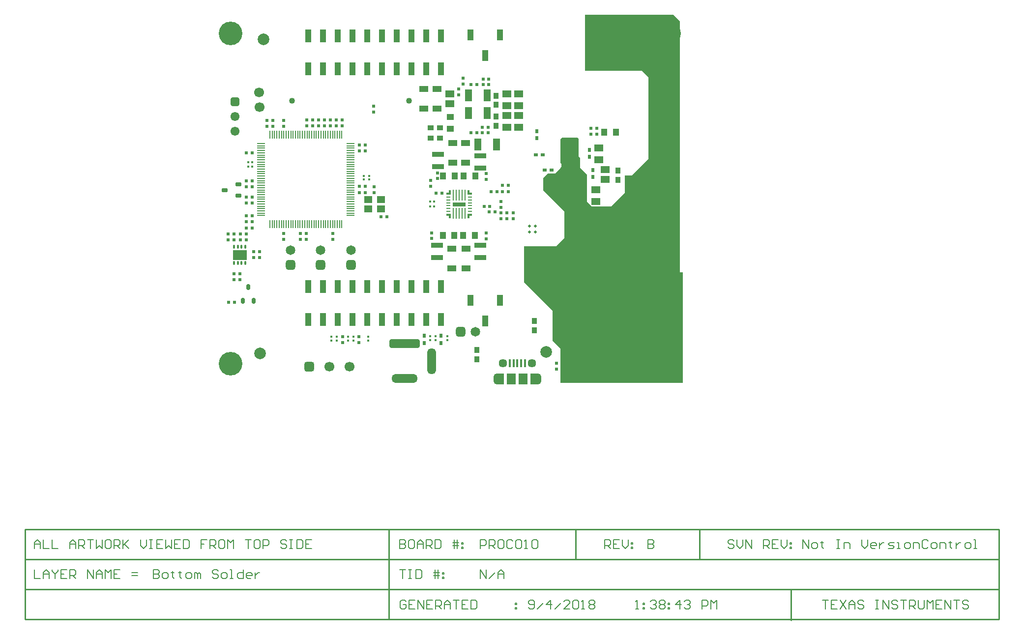
<source format=gbs>
G04 Layer_Color=16711935*
%FSLAX25Y25*%
%MOIN*%
G70*
G01*
G75*
G04:AMPARAMS|DCode=17|XSize=23.62mil|YSize=39.37mil|CornerRadius=5.91mil|HoleSize=0mil|Usage=FLASHONLY|Rotation=180.000|XOffset=0mil|YOffset=0mil|HoleType=Round|Shape=RoundedRectangle|*
%AMROUNDEDRECTD17*
21,1,0.02362,0.02756,0,0,180.0*
21,1,0.01181,0.03937,0,0,180.0*
1,1,0.01181,-0.00591,0.01378*
1,1,0.01181,0.00591,0.01378*
1,1,0.01181,0.00591,-0.01378*
1,1,0.01181,-0.00591,-0.01378*
%
%ADD17ROUNDEDRECTD17*%
G04:AMPARAMS|DCode=37|XSize=11.81mil|YSize=23.62mil|CornerRadius=1.95mil|HoleSize=0mil|Usage=FLASHONLY|Rotation=0.000|XOffset=0mil|YOffset=0mil|HoleType=Round|Shape=RoundedRectangle|*
%AMROUNDEDRECTD37*
21,1,0.01181,0.01972,0,0,0.0*
21,1,0.00791,0.02362,0,0,0.0*
1,1,0.00390,0.00396,-0.00986*
1,1,0.00390,-0.00396,-0.00986*
1,1,0.00390,-0.00396,0.00986*
1,1,0.00390,0.00396,0.00986*
%
%ADD37ROUNDEDRECTD37*%
%ADD44R,0.03740X0.03937*%
%ADD45R,0.01968X0.02362*%
%ADD46R,0.01654X0.01811*%
%ADD47R,0.01811X0.01654*%
%ADD48R,0.02362X0.01968*%
%ADD50R,0.03937X0.03740*%
%ADD55R,0.03150X0.02362*%
%ADD56R,0.06300X0.05000*%
%ADD57R,0.02362X0.03150*%
%ADD65C,0.01000*%
%ADD80C,0.00800*%
G04:AMPARAMS|DCode=81|XSize=64.96mil|YSize=64.96mil|CornerRadius=16.24mil|HoleSize=0mil|Usage=FLASHONLY|Rotation=90.000|XOffset=0mil|YOffset=0mil|HoleType=Round|Shape=RoundedRectangle|*
%AMROUNDEDRECTD81*
21,1,0.06496,0.03248,0,0,90.0*
21,1,0.03248,0.06496,0,0,90.0*
1,1,0.03248,0.01624,0.01624*
1,1,0.03248,0.01624,-0.01624*
1,1,0.03248,-0.01624,-0.01624*
1,1,0.03248,-0.01624,0.01624*
%
%ADD81ROUNDEDRECTD81*%
%ADD82C,0.06496*%
G04:AMPARAMS|DCode=83|XSize=61.02mil|YSize=61.02mil|CornerRadius=15.26mil|HoleSize=0mil|Usage=FLASHONLY|Rotation=270.000|XOffset=0mil|YOffset=0mil|HoleType=Round|Shape=RoundedRectangle|*
%AMROUNDEDRECTD83*
21,1,0.06102,0.03051,0,0,270.0*
21,1,0.03051,0.06102,0,0,270.0*
1,1,0.03051,-0.01526,-0.01526*
1,1,0.03051,-0.01526,0.01526*
1,1,0.03051,0.01526,0.01526*
1,1,0.03051,0.01526,-0.01526*
%
%ADD83ROUNDEDRECTD83*%
%ADD84C,0.06102*%
%ADD85C,0.06693*%
G04:AMPARAMS|DCode=86|XSize=66.93mil|YSize=66.93mil|CornerRadius=16.73mil|HoleSize=0mil|Usage=FLASHONLY|Rotation=0.000|XOffset=0mil|YOffset=0mil|HoleType=Round|Shape=RoundedRectangle|*
%AMROUNDEDRECTD86*
21,1,0.06693,0.03347,0,0,0.0*
21,1,0.03347,0.06693,0,0,0.0*
1,1,0.03346,0.01673,-0.01673*
1,1,0.03346,-0.01673,-0.01673*
1,1,0.03346,-0.01673,0.01673*
1,1,0.03346,0.01673,0.01673*
%
%ADD86ROUNDEDRECTD86*%
%ADD87O,0.05905X0.17716*%
%ADD88O,0.17716X0.05905*%
G04:AMPARAMS|DCode=89|XSize=59.05mil|YSize=206.69mil|CornerRadius=14.76mil|HoleSize=0mil|Usage=FLASHONLY|Rotation=270.000|XOffset=0mil|YOffset=0mil|HoleType=Round|Shape=RoundedRectangle|*
%AMROUNDEDRECTD89*
21,1,0.05905,0.17716,0,0,270.0*
21,1,0.02953,0.20669,0,0,270.0*
1,1,0.02953,-0.08858,-0.01476*
1,1,0.02953,-0.08858,0.01476*
1,1,0.02953,0.08858,0.01476*
1,1,0.02953,0.08858,-0.01476*
%
%ADD89ROUNDEDRECTD89*%
%ADD90C,0.05709*%
%ADD91O,0.04724X0.07480*%
G04:AMPARAMS|DCode=92|XSize=64.96mil|YSize=64.96mil|CornerRadius=16.24mil|HoleSize=0mil|Usage=FLASHONLY|Rotation=0.000|XOffset=0mil|YOffset=0mil|HoleType=Round|Shape=RoundedRectangle|*
%AMROUNDEDRECTD92*
21,1,0.06496,0.03248,0,0,0.0*
21,1,0.03248,0.06496,0,0,0.0*
1,1,0.03248,0.01624,-0.01624*
1,1,0.03248,-0.01624,-0.01624*
1,1,0.03248,-0.01624,0.01624*
1,1,0.03248,0.01624,0.01624*
%
%ADD92ROUNDEDRECTD92*%
%ADD93C,0.16000*%
%ADD94C,0.27559*%
%ADD95C,0.01968*%
G04:AMPARAMS|DCode=99|XSize=40.16mil|YSize=87.4mil|CornerRadius=2.01mil|HoleSize=0mil|Usage=FLASHONLY|Rotation=0.000|XOffset=0mil|YOffset=0mil|HoleType=Round|Shape=RoundedRectangle|*
%AMROUNDEDRECTD99*
21,1,0.04016,0.08339,0,0,0.0*
21,1,0.03614,0.08740,0,0,0.0*
1,1,0.00402,0.01807,-0.04169*
1,1,0.00402,-0.01807,-0.04169*
1,1,0.00402,-0.01807,0.04169*
1,1,0.00402,0.01807,0.04169*
%
%ADD99ROUNDEDRECTD99*%
G04:AMPARAMS|DCode=100|XSize=40.16mil|YSize=75mil|CornerRadius=2.01mil|HoleSize=0mil|Usage=FLASHONLY|Rotation=0.000|XOffset=0mil|YOffset=0mil|HoleType=Round|Shape=RoundedRectangle|*
%AMROUNDEDRECTD100*
21,1,0.04016,0.07098,0,0,0.0*
21,1,0.03614,0.07500,0,0,0.0*
1,1,0.00402,0.01807,-0.03549*
1,1,0.00402,-0.01807,-0.03549*
1,1,0.00402,-0.01807,0.03549*
1,1,0.00402,0.01807,0.03549*
%
%ADD100ROUNDEDRECTD100*%
G04:AMPARAMS|DCode=101|XSize=9.84mil|YSize=71.65mil|CornerRadius=1.97mil|HoleSize=0mil|Usage=FLASHONLY|Rotation=0.000|XOffset=0mil|YOffset=0mil|HoleType=Round|Shape=RoundedRectangle|*
%AMROUNDEDRECTD101*
21,1,0.00984,0.06772,0,0,0.0*
21,1,0.00591,0.07165,0,0,0.0*
1,1,0.00394,0.00295,-0.03386*
1,1,0.00394,-0.00295,-0.03386*
1,1,0.00394,-0.00295,0.03386*
1,1,0.00394,0.00295,0.03386*
%
%ADD101ROUNDEDRECTD101*%
G04:AMPARAMS|DCode=102|XSize=88.19mil|YSize=25.98mil|CornerRadius=1.95mil|HoleSize=0mil|Usage=FLASHONLY|Rotation=0.000|XOffset=0mil|YOffset=0mil|HoleType=Round|Shape=RoundedRectangle|*
%AMROUNDEDRECTD102*
21,1,0.08819,0.02209,0,0,0.0*
21,1,0.08429,0.02598,0,0,0.0*
1,1,0.00390,0.04215,-0.01104*
1,1,0.00390,-0.04215,-0.01104*
1,1,0.00390,-0.04215,0.01104*
1,1,0.00390,0.04215,0.01104*
%
%ADD102ROUNDEDRECTD102*%
G04:AMPARAMS|DCode=103|XSize=23.62mil|YSize=15.75mil|CornerRadius=1.97mil|HoleSize=0mil|Usage=FLASHONLY|Rotation=180.000|XOffset=0mil|YOffset=0mil|HoleType=Round|Shape=RoundedRectangle|*
%AMROUNDEDRECTD103*
21,1,0.02362,0.01181,0,0,180.0*
21,1,0.01968,0.01575,0,0,180.0*
1,1,0.00394,-0.00984,0.00591*
1,1,0.00394,0.00984,0.00591*
1,1,0.00394,0.00984,-0.00591*
1,1,0.00394,-0.00984,-0.00591*
%
%ADD103ROUNDEDRECTD103*%
G04:AMPARAMS|DCode=104|XSize=23.62mil|YSize=9.84mil|CornerRadius=1.97mil|HoleSize=0mil|Usage=FLASHONLY|Rotation=180.000|XOffset=0mil|YOffset=0mil|HoleType=Round|Shape=RoundedRectangle|*
%AMROUNDEDRECTD104*
21,1,0.02362,0.00591,0,0,180.0*
21,1,0.01968,0.00984,0,0,180.0*
1,1,0.00394,-0.00984,0.00295*
1,1,0.00394,0.00984,0.00295*
1,1,0.00394,0.00984,-0.00295*
1,1,0.00394,-0.00984,-0.00295*
%
%ADD104ROUNDEDRECTD104*%
%ADD105O,0.00787X0.05512*%
%ADD106O,0.05512X0.00787*%
%ADD107R,0.04724X0.07874*%
%ADD108R,0.05512X0.04724*%
G04:AMPARAMS|DCode=109|XSize=64.96mil|YSize=94.49mil|CornerRadius=1.95mil|HoleSize=0mil|Usage=FLASHONLY|Rotation=270.000|XOffset=0mil|YOffset=0mil|HoleType=Round|Shape=RoundedRectangle|*
%AMROUNDEDRECTD109*
21,1,0.06496,0.09059,0,0,270.0*
21,1,0.06106,0.09449,0,0,270.0*
1,1,0.00390,-0.04530,-0.03053*
1,1,0.00390,-0.04530,0.03053*
1,1,0.00390,0.04530,0.03053*
1,1,0.00390,0.04530,-0.03053*
%
%ADD109ROUNDEDRECTD109*%
%ADD110R,0.07874X0.03543*%
G04:AMPARAMS|DCode=111|XSize=23.62mil|YSize=39.37mil|CornerRadius=2.01mil|HoleSize=0mil|Usage=FLASHONLY|Rotation=90.000|XOffset=0mil|YOffset=0mil|HoleType=Round|Shape=RoundedRectangle|*
%AMROUNDEDRECTD111*
21,1,0.02362,0.03535,0,0,90.0*
21,1,0.01961,0.03937,0,0,90.0*
1,1,0.00402,0.01768,0.00980*
1,1,0.00402,0.01768,-0.00980*
1,1,0.00402,-0.01768,-0.00980*
1,1,0.00402,-0.01768,0.00980*
%
%ADD111ROUNDEDRECTD111*%
%ADD112R,0.05905X0.07480*%
%ADD113R,0.01575X0.05315*%
%ADD114R,0.06299X0.04331*%
G04:AMPARAMS|DCode=115|XSize=39.37mil|YSize=49.21mil|CornerRadius=1.97mil|HoleSize=0mil|Usage=FLASHONLY|Rotation=0.000|XOffset=0mil|YOffset=0mil|HoleType=Round|Shape=RoundedRectangle|*
%AMROUNDEDRECTD115*
21,1,0.03937,0.04528,0,0,0.0*
21,1,0.03543,0.04921,0,0,0.0*
1,1,0.00394,0.01772,-0.02264*
1,1,0.00394,-0.01772,-0.02264*
1,1,0.00394,-0.01772,0.02264*
1,1,0.00394,0.01772,0.02264*
%
%ADD115ROUNDEDRECTD115*%
%ADD116R,0.05905X0.05118*%
G04:AMPARAMS|DCode=117|XSize=39.37mil|YSize=49.21mil|CornerRadius=1.97mil|HoleSize=0mil|Usage=FLASHONLY|Rotation=90.000|XOffset=0mil|YOffset=0mil|HoleType=Round|Shape=RoundedRectangle|*
%AMROUNDEDRECTD117*
21,1,0.03937,0.04528,0,0,90.0*
21,1,0.03543,0.04921,0,0,90.0*
1,1,0.00394,0.02264,0.01772*
1,1,0.00394,0.02264,-0.01772*
1,1,0.00394,-0.02264,-0.01772*
1,1,0.00394,-0.02264,0.01772*
%
%ADD117ROUNDEDRECTD117*%
%ADD122R,0.04724X0.07480*%
%ADD144C,0.07874*%
%ADD146C,0.04016*%
G36*
X162003Y117665D02*
X162058Y117610D01*
X162089Y117538D01*
Y117499D01*
Y114644D01*
Y114605D01*
X162058Y114533D01*
X162003Y114477D01*
X161931Y114447D01*
X160868D01*
X160796Y114477D01*
X160740Y114533D01*
X160711Y114605D01*
Y114644D01*
Y117499D01*
Y117538D01*
X160740Y117610D01*
X160796Y117665D01*
X160868Y117695D01*
X161931D01*
X162003Y117665D01*
D02*
G37*
G36*
X149405D02*
X149460Y117610D01*
X149490Y117538D01*
Y117499D01*
Y114644D01*
Y114605D01*
X149460Y114533D01*
X149405Y114477D01*
X149332Y114447D01*
X148270D01*
X148197Y114477D01*
X148142Y114533D01*
X148112Y114605D01*
Y114644D01*
Y117499D01*
Y117538D01*
X148142Y117610D01*
X148197Y117665D01*
X148270Y117695D01*
X149332D01*
X149405Y117665D01*
D02*
G37*
G36*
X304700Y232300D02*
Y127850D01*
Y61855D01*
X306895D01*
Y-13145D01*
X304700D01*
Y-13250D01*
X223836D01*
Y10214D01*
X218364Y15686D01*
Y35786D01*
X199100Y55050D01*
Y79500D01*
X220800D01*
X226600Y85300D01*
Y103200D01*
X212100Y117700D01*
Y125650D01*
X215175Y128725D01*
X219875D01*
X220100Y128950D01*
X223800Y132650D01*
X224600Y133450D01*
Y135550D01*
X223800Y136350D01*
Y152050D01*
X224850Y153100D01*
X235500D01*
X236200Y152400D01*
Y140550D01*
X237100Y139650D01*
Y132850D01*
X241700Y128250D01*
Y109750D01*
X244900Y106550D01*
X258100D01*
X267600Y116050D01*
Y127600D01*
X272350D01*
X272600Y127850D01*
X283500Y138750D01*
Y194100D01*
X278944Y198655D01*
X240600D01*
Y236500D01*
X300500D01*
X304700Y232300D01*
D02*
G37*
G36*
X162003Y101622D02*
X162058Y101567D01*
X162089Y101494D01*
Y101455D01*
Y98601D01*
Y98562D01*
X162058Y98489D01*
X162003Y98434D01*
X161931Y98404D01*
X160868D01*
X160796Y98434D01*
X160740Y98489D01*
X160711Y98562D01*
Y98601D01*
Y101455D01*
Y101494D01*
X160740Y101567D01*
X160796Y101622D01*
X160868Y101652D01*
X161931D01*
X162003Y101622D01*
D02*
G37*
G36*
X149405D02*
X149460Y101567D01*
X149490Y101494D01*
Y101455D01*
Y98601D01*
Y98562D01*
X149460Y98489D01*
X149405Y98434D01*
X149332Y98404D01*
X148270D01*
X148197Y98434D01*
X148142Y98489D01*
X148112Y98562D01*
Y98601D01*
Y101455D01*
Y101494D01*
X148142Y101567D01*
X148197Y101622D01*
X148270Y101652D01*
X149332D01*
X149405Y101622D01*
D02*
G37*
G54D17*
X15802Y42493D02*
D03*
X8322D02*
D03*
X12062Y51941D02*
D03*
G54D37*
X2445Y68120D02*
D03*
X5004D02*
D03*
X7563D02*
D03*
X10122D02*
D03*
Y79144D02*
D03*
X7563D02*
D03*
X5004D02*
D03*
X2445D02*
D03*
G54D44*
X262857Y124669D02*
D03*
Y130969D02*
D03*
X167100Y9200D02*
D03*
Y2900D02*
D03*
X206000Y28900D02*
D03*
Y22600D02*
D03*
X180253Y167435D02*
D03*
Y161135D02*
D03*
X180260Y175413D02*
D03*
Y181712D02*
D03*
G54D45*
X-1540Y83881D02*
D03*
Y87818D02*
D03*
X97100Y174559D02*
D03*
Y170623D02*
D03*
X19920Y75854D02*
D03*
Y71917D02*
D03*
X221240Y-3779D02*
D03*
Y158D02*
D03*
X173560Y88503D02*
D03*
Y84566D02*
D03*
X136490Y88704D02*
D03*
Y84767D02*
D03*
X173480Y124796D02*
D03*
Y128734D02*
D03*
X140385Y125406D02*
D03*
Y129343D02*
D03*
X187500Y98282D02*
D03*
Y102218D02*
D03*
X183344Y109984D02*
D03*
Y106046D02*
D03*
X191614Y102183D02*
D03*
Y98247D02*
D03*
X183374Y102183D02*
D03*
Y98247D02*
D03*
X15803Y71951D02*
D03*
Y75888D02*
D03*
X2443Y57003D02*
D03*
Y60940D02*
D03*
X28700Y164819D02*
D03*
Y160881D02*
D03*
X24650Y164854D02*
D03*
Y160916D02*
D03*
X157796Y193582D02*
D03*
Y189645D02*
D03*
X69278Y84146D02*
D03*
Y88083D02*
D03*
X67752Y165154D02*
D03*
Y161216D02*
D03*
X59812Y165154D02*
D03*
Y161216D02*
D03*
X71768Y161247D02*
D03*
Y165183D02*
D03*
X63772Y165154D02*
D03*
Y161216D02*
D03*
X75728Y161247D02*
D03*
Y165183D02*
D03*
X6568Y57016D02*
D03*
Y60953D02*
D03*
X135778Y124164D02*
D03*
Y120228D02*
D03*
X87018Y14146D02*
D03*
Y18083D02*
D03*
X75988Y14146D02*
D03*
Y18083D02*
D03*
X154663Y186147D02*
D03*
Y182211D02*
D03*
X10782Y83947D02*
D03*
Y87884D02*
D03*
X51560Y88183D02*
D03*
Y84246D02*
D03*
X55830Y165154D02*
D03*
Y161216D02*
D03*
X47268Y84246D02*
D03*
Y88183D02*
D03*
X2562Y87853D02*
D03*
Y83916D02*
D03*
X36192Y84216D02*
D03*
Y88153D02*
D03*
X51822Y165154D02*
D03*
Y161216D02*
D03*
X36252Y164953D02*
D03*
Y161016D02*
D03*
X6710Y87884D02*
D03*
Y83947D02*
D03*
X97500Y119953D02*
D03*
Y116016D02*
D03*
G54D46*
X90407Y127347D02*
D03*
Y124748D02*
D03*
X147025Y18527D02*
D03*
Y15929D02*
D03*
X139025Y18471D02*
D03*
Y15873D02*
D03*
X135275Y18471D02*
D03*
Y15873D02*
D03*
X94193Y127347D02*
D03*
Y124748D02*
D03*
X93275Y18271D02*
D03*
Y15673D02*
D03*
X83275Y18227D02*
D03*
Y15629D02*
D03*
X79913Y18227D02*
D03*
Y15629D02*
D03*
X71963Y18227D02*
D03*
Y15629D02*
D03*
X68513Y18227D02*
D03*
Y15629D02*
D03*
G54D47*
X14777Y133429D02*
D03*
X12179D02*
D03*
X14777Y136619D02*
D03*
X12179D02*
D03*
X135579Y109919D02*
D03*
X138177D02*
D03*
Y106669D02*
D03*
X135579D02*
D03*
G54D48*
X143309Y115401D02*
D03*
X139372D02*
D03*
X-1199Y41591D02*
D03*
X2739D02*
D03*
X188303Y120754D02*
D03*
X184367D02*
D03*
X188303Y116704D02*
D03*
X184367D02*
D03*
X175432Y102750D02*
D03*
X179368D02*
D03*
X176666Y116650D02*
D03*
X180604D02*
D03*
X87497Y144060D02*
D03*
X91434D02*
D03*
X10796Y119952D02*
D03*
X14733D02*
D03*
X10796Y91774D02*
D03*
X14733D02*
D03*
X14733Y96104D02*
D03*
X10796D02*
D03*
X163110Y156652D02*
D03*
X167047D02*
D03*
X163233Y189362D02*
D03*
X167170D02*
D03*
X170905Y160178D02*
D03*
X174843D02*
D03*
X171314Y189362D02*
D03*
X175251D02*
D03*
X10757Y108880D02*
D03*
X14694D02*
D03*
X175914Y106700D02*
D03*
X171976D02*
D03*
X10796Y100356D02*
D03*
X14733D02*
D03*
X10796Y124006D02*
D03*
X14733D02*
D03*
X91434Y115830D02*
D03*
X87497D02*
D03*
X10696Y142940D02*
D03*
X14634D02*
D03*
X10751Y113010D02*
D03*
X14687D02*
D03*
X106098Y99436D02*
D03*
X102161D02*
D03*
X91404Y148190D02*
D03*
X87467D02*
D03*
X170881Y156652D02*
D03*
X174819D02*
D03*
X171314Y192764D02*
D03*
X175251D02*
D03*
X244531Y155500D02*
D03*
X248468D02*
D03*
X244531Y159500D02*
D03*
X248468D02*
D03*
X91434Y120150D02*
D03*
X87497D02*
D03*
G54D50*
X135881Y159871D02*
D03*
X142181D02*
D03*
X135719Y152905D02*
D03*
X142019D02*
D03*
G54D55*
X217745Y131330D02*
D03*
X213021D02*
D03*
X211697Y141400D02*
D03*
X206973D02*
D03*
G54D56*
X247660Y117995D02*
D03*
Y109995D02*
D03*
X187500Y183000D02*
D03*
Y175000D02*
D03*
Y160081D02*
D03*
Y168080D02*
D03*
X195500Y183000D02*
D03*
Y175000D02*
D03*
Y160081D02*
D03*
Y168080D02*
D03*
X249815Y146140D02*
D03*
Y138140D02*
D03*
G54D57*
X131537Y14023D02*
D03*
Y18747D02*
D03*
X142802Y14023D02*
D03*
Y18747D02*
D03*
X207755Y152908D02*
D03*
Y157632D02*
D03*
X245820Y131157D02*
D03*
Y126433D02*
D03*
X243527Y145021D02*
D03*
Y140296D02*
D03*
G54D65*
X380200Y-174000D02*
Y-153717D01*
X261300Y-173350D02*
X521000D01*
Y-112350D01*
X107300Y-173350D02*
Y-112350D01*
X-139200Y-173350D02*
Y-112350D01*
X-139150Y-173350D02*
X18400D01*
X-139150D02*
Y-112350D01*
Y-112350D02*
X521000D01*
X-139200Y-173350D02*
X261300D01*
X-139200Y-153017D02*
X520800D01*
X-139200Y-132683D02*
X521000D01*
X234000D02*
Y-112350D01*
X318000Y-132683D02*
Y-112350D01*
G54D80*
X-52300Y-139851D02*
Y-145849D01*
X-49301D01*
X-48301Y-144850D01*
Y-143850D01*
X-49301Y-142850D01*
X-52300D01*
X-49301D01*
X-48301Y-141851D01*
Y-140851D01*
X-49301Y-139851D01*
X-52300D01*
X-45302Y-145849D02*
X-43303D01*
X-42303Y-144850D01*
Y-142850D01*
X-43303Y-141851D01*
X-45302D01*
X-46302Y-142850D01*
Y-144850D01*
X-45302Y-145849D01*
X-39304Y-140851D02*
Y-141851D01*
X-40304D01*
X-38304D01*
X-39304D01*
Y-144850D01*
X-38304Y-145849D01*
X-34306Y-140851D02*
Y-141851D01*
X-35306D01*
X-33306D01*
X-34306D01*
Y-144850D01*
X-33306Y-145849D01*
X-29307D02*
X-27308D01*
X-26308Y-144850D01*
Y-142850D01*
X-27308Y-141851D01*
X-29307D01*
X-30307Y-142850D01*
Y-144850D01*
X-29307Y-145849D01*
X-24309D02*
Y-141851D01*
X-23309D01*
X-22310Y-142850D01*
Y-145849D01*
Y-142850D01*
X-21310Y-141851D01*
X-20310Y-142850D01*
Y-145849D01*
X-8314Y-140851D02*
X-9314Y-139851D01*
X-11313D01*
X-12313Y-140851D01*
Y-141851D01*
X-11313Y-142850D01*
X-9314D01*
X-8314Y-143850D01*
Y-144850D01*
X-9314Y-145849D01*
X-11313D01*
X-12313Y-144850D01*
X-5315Y-145849D02*
X-3316D01*
X-2316Y-144850D01*
Y-142850D01*
X-3316Y-141851D01*
X-5315D01*
X-6315Y-142850D01*
Y-144850D01*
X-5315Y-145849D01*
X-317D02*
X1682D01*
X683D01*
Y-139851D01*
X-317D01*
X8680D02*
Y-145849D01*
X5681D01*
X4682Y-144850D01*
Y-142850D01*
X5681Y-141851D01*
X8680D01*
X13679Y-145849D02*
X11679D01*
X10680Y-144850D01*
Y-142850D01*
X11679Y-141851D01*
X13679D01*
X14678Y-142850D01*
Y-143850D01*
X10680D01*
X16678Y-141851D02*
Y-145849D01*
Y-143850D01*
X17677Y-142850D01*
X18677Y-141851D01*
X19677D01*
X169350Y-145900D02*
Y-139902D01*
X173349Y-145900D01*
Y-139902D01*
X175348Y-145900D02*
X179347Y-141901D01*
X181346Y-145900D02*
Y-141901D01*
X183345Y-139902D01*
X185345Y-141901D01*
Y-145900D01*
Y-142901D01*
X181346D01*
X114800Y-139902D02*
X118799D01*
X116799D01*
Y-145900D01*
X120798Y-139902D02*
X122797D01*
X121798D01*
Y-145900D01*
X120798D01*
X122797D01*
X125796Y-139902D02*
Y-145900D01*
X128796D01*
X129795Y-144900D01*
Y-140902D01*
X128796Y-139902D01*
X125796D01*
X138792Y-145900D02*
Y-139902D01*
X140792D02*
Y-145900D01*
X137793Y-141901D02*
X140792D01*
X141791D01*
X137793Y-143901D02*
X141791D01*
X143791Y-141901D02*
X144790D01*
Y-142901D01*
X143791D01*
Y-141901D01*
Y-144900D02*
X144790D01*
Y-145900D01*
X143791D01*
Y-144900D01*
X401300Y-160435D02*
X405299D01*
X403299D01*
Y-166434D01*
X411297Y-160435D02*
X407298D01*
Y-166434D01*
X411297D01*
X407298Y-163435D02*
X409297D01*
X413296Y-160435D02*
X417295Y-166434D01*
Y-160435D02*
X413296Y-166434D01*
X419294D02*
Y-162435D01*
X421293Y-160435D01*
X423293Y-162435D01*
Y-166434D01*
Y-163435D01*
X419294D01*
X429291Y-161435D02*
X428291Y-160435D01*
X426292D01*
X425292Y-161435D01*
Y-162435D01*
X426292Y-163435D01*
X428291D01*
X429291Y-164434D01*
Y-165434D01*
X428291Y-166434D01*
X426292D01*
X425292Y-165434D01*
X437288Y-160435D02*
X439288D01*
X438288D01*
Y-166434D01*
X437288D01*
X439288D01*
X442287D02*
Y-160435D01*
X446285Y-166434D01*
Y-160435D01*
X452283Y-161435D02*
X451284Y-160435D01*
X449285D01*
X448285Y-161435D01*
Y-162435D01*
X449285Y-163435D01*
X451284D01*
X452283Y-164434D01*
Y-165434D01*
X451284Y-166434D01*
X449285D01*
X448285Y-165434D01*
X454283Y-160435D02*
X458282D01*
X456282D01*
Y-166434D01*
X460281D02*
Y-160435D01*
X463280D01*
X464280Y-161435D01*
Y-163435D01*
X463280Y-164434D01*
X460281D01*
X462280D02*
X464280Y-166434D01*
X466279Y-160435D02*
Y-165434D01*
X467279Y-166434D01*
X469278D01*
X470278Y-165434D01*
Y-160435D01*
X472277Y-166434D02*
Y-160435D01*
X474276Y-162435D01*
X476276Y-160435D01*
Y-166434D01*
X482274Y-160435D02*
X478275D01*
Y-166434D01*
X482274D01*
X478275Y-163435D02*
X480274D01*
X484273Y-166434D02*
Y-160435D01*
X488272Y-166434D01*
Y-160435D01*
X490271D02*
X494270D01*
X492271D01*
Y-166434D01*
X500268Y-161435D02*
X499268Y-160435D01*
X497269D01*
X496269Y-161435D01*
Y-162435D01*
X497269Y-163435D01*
X499268D01*
X500268Y-164434D01*
Y-165434D01*
X499268Y-166434D01*
X497269D01*
X496269Y-165434D01*
X274850Y-166434D02*
X276849D01*
X275850D01*
Y-160435D01*
X274850Y-161435D01*
X279848Y-162435D02*
X280848D01*
Y-163435D01*
X279848D01*
Y-162435D01*
Y-165434D02*
X280848D01*
Y-166434D01*
X279848D01*
Y-165434D01*
X284847Y-161435D02*
X285846Y-160435D01*
X287846D01*
X288845Y-161435D01*
Y-162435D01*
X287846Y-163435D01*
X286846D01*
X287846D01*
X288845Y-164434D01*
Y-165434D01*
X287846Y-166434D01*
X285846D01*
X284847Y-165434D01*
X290845Y-161435D02*
X291845Y-160435D01*
X293844D01*
X294844Y-161435D01*
Y-162435D01*
X293844Y-163435D01*
X294844Y-164434D01*
Y-165434D01*
X293844Y-166434D01*
X291845D01*
X290845Y-165434D01*
Y-164434D01*
X291845Y-163435D01*
X290845Y-162435D01*
Y-161435D01*
X291845Y-163435D02*
X293844D01*
X296843Y-162435D02*
X297843D01*
Y-163435D01*
X296843D01*
Y-162435D01*
Y-165434D02*
X297843D01*
Y-166434D01*
X296843D01*
Y-165434D01*
X304840Y-166434D02*
Y-160435D01*
X301841Y-163435D01*
X305840D01*
X307839Y-161435D02*
X308839Y-160435D01*
X310838D01*
X311838Y-161435D01*
Y-162435D01*
X310838Y-163435D01*
X309839D01*
X310838D01*
X311838Y-164434D01*
Y-165434D01*
X310838Y-166434D01*
X308839D01*
X307839Y-165434D01*
X319835Y-166434D02*
Y-160435D01*
X322834D01*
X323834Y-161435D01*
Y-163435D01*
X322834Y-164434D01*
X319835D01*
X325834Y-166434D02*
Y-160435D01*
X327833Y-162435D01*
X329832Y-160435D01*
Y-166434D01*
X-132850Y-139851D02*
Y-145849D01*
X-128851D01*
X-126852D02*
Y-141851D01*
X-124853Y-139851D01*
X-122853Y-141851D01*
Y-145849D01*
Y-142850D01*
X-126852D01*
X-120854Y-139851D02*
Y-140851D01*
X-118854Y-142850D01*
X-116855Y-140851D01*
Y-139851D01*
X-118854Y-142850D02*
Y-145849D01*
X-110857Y-139851D02*
X-114856D01*
Y-145849D01*
X-110857D01*
X-114856Y-142850D02*
X-112856D01*
X-108858Y-145849D02*
Y-139851D01*
X-105859D01*
X-104859Y-140851D01*
Y-142850D01*
X-105859Y-143850D01*
X-108858D01*
X-106858D02*
X-104859Y-145849D01*
X-96862D02*
Y-139851D01*
X-92863Y-145849D01*
Y-139851D01*
X-90864Y-145849D02*
Y-141851D01*
X-88864Y-139851D01*
X-86865Y-141851D01*
Y-145849D01*
Y-142850D01*
X-90864D01*
X-84865Y-145849D02*
Y-139851D01*
X-82866Y-141851D01*
X-80867Y-139851D01*
Y-145849D01*
X-74869Y-139851D02*
X-78868D01*
Y-145849D01*
X-74869D01*
X-78868Y-142850D02*
X-76868D01*
X-66871Y-143850D02*
X-62873D01*
X-66871Y-141851D02*
X-62873D01*
X114800Y-119569D02*
Y-125567D01*
X117799D01*
X118799Y-124567D01*
Y-123567D01*
X117799Y-122568D01*
X114800D01*
X117799D01*
X118799Y-121568D01*
Y-120568D01*
X117799Y-119569D01*
X114800D01*
X123797D02*
X121798D01*
X120798Y-120568D01*
Y-124567D01*
X121798Y-125567D01*
X123797D01*
X124797Y-124567D01*
Y-120568D01*
X123797Y-119569D01*
X126796Y-125567D02*
Y-121568D01*
X128796Y-119569D01*
X130795Y-121568D01*
Y-125567D01*
Y-122568D01*
X126796D01*
X132794Y-125567D02*
Y-119569D01*
X135793D01*
X136793Y-120568D01*
Y-122568D01*
X135793Y-123567D01*
X132794D01*
X134793D02*
X136793Y-125567D01*
X138792Y-119569D02*
Y-125567D01*
X141791D01*
X142791Y-124567D01*
Y-120568D01*
X141791Y-119569D01*
X138792D01*
X151788Y-125567D02*
Y-119569D01*
X153787D02*
Y-125567D01*
X150788Y-121568D02*
X153787D01*
X154787D01*
X150788Y-123567D02*
X154787D01*
X156786Y-121568D02*
X157786D01*
Y-122568D01*
X156786D01*
Y-121568D01*
Y-124567D02*
X157786D01*
Y-125567D01*
X156786D01*
Y-124567D01*
X169350Y-125567D02*
Y-119569D01*
X172349D01*
X173349Y-120568D01*
Y-122568D01*
X172349Y-123567D01*
X169350D01*
X175348Y-125567D02*
Y-119569D01*
X178347D01*
X179347Y-120568D01*
Y-122568D01*
X178347Y-123567D01*
X175348D01*
X177347D02*
X179347Y-125567D01*
X184345Y-119569D02*
X182346D01*
X181346Y-120568D01*
Y-124567D01*
X182346Y-125567D01*
X184345D01*
X185345Y-124567D01*
Y-120568D01*
X184345Y-119569D01*
X191343Y-120568D02*
X190343Y-119569D01*
X188344D01*
X187344Y-120568D01*
Y-124567D01*
X188344Y-125567D01*
X190343D01*
X191343Y-124567D01*
X193342Y-120568D02*
X194342Y-119569D01*
X196341D01*
X197341Y-120568D01*
Y-124567D01*
X196341Y-125567D01*
X194342D01*
X193342Y-124567D01*
Y-120568D01*
X199340Y-125567D02*
X201340D01*
X200340D01*
Y-119569D01*
X199340Y-120568D01*
X204339D02*
X205338Y-119569D01*
X207338D01*
X208337Y-120568D01*
Y-124567D01*
X207338Y-125567D01*
X205338D01*
X204339Y-124567D01*
Y-120568D01*
X282950Y-119569D02*
Y-125567D01*
X285949D01*
X286949Y-124567D01*
Y-123567D01*
X285949Y-122568D01*
X282950D01*
X285949D01*
X286949Y-121568D01*
Y-120568D01*
X285949Y-119569D01*
X282950D01*
X-132850Y-125567D02*
Y-121568D01*
X-130851Y-119569D01*
X-128851Y-121568D01*
Y-125567D01*
Y-122568D01*
X-132850D01*
X-126852Y-119569D02*
Y-125567D01*
X-122853D01*
X-120854Y-119569D02*
Y-125567D01*
X-116855D01*
X-108858D02*
Y-121568D01*
X-106858Y-119569D01*
X-104859Y-121568D01*
Y-125567D01*
Y-122568D01*
X-108858D01*
X-102860Y-125567D02*
Y-119569D01*
X-99861D01*
X-98861Y-120568D01*
Y-122568D01*
X-99861Y-123567D01*
X-102860D01*
X-100860D02*
X-98861Y-125567D01*
X-96862Y-119569D02*
X-92863D01*
X-94862D01*
Y-125567D01*
X-90864Y-119569D02*
Y-125567D01*
X-88864Y-123567D01*
X-86865Y-125567D01*
Y-119569D01*
X-81867D02*
X-83866D01*
X-84865Y-120568D01*
Y-124567D01*
X-83866Y-125567D01*
X-81867D01*
X-80867Y-124567D01*
Y-120568D01*
X-81867Y-119569D01*
X-78868Y-125567D02*
Y-119569D01*
X-75868D01*
X-74869Y-120568D01*
Y-122568D01*
X-75868Y-123567D01*
X-78868D01*
X-76868D02*
X-74869Y-125567D01*
X-72869Y-119569D02*
Y-125567D01*
Y-123567D01*
X-68871Y-119569D01*
X-71870Y-122568D01*
X-68871Y-125567D01*
X-60873Y-119569D02*
Y-123567D01*
X-58874Y-125567D01*
X-56875Y-123567D01*
Y-119569D01*
X-54875D02*
X-52876D01*
X-53875D01*
Y-125567D01*
X-54875D01*
X-52876D01*
X-45878Y-119569D02*
X-49877D01*
Y-125567D01*
X-45878D01*
X-49877Y-122568D02*
X-47877D01*
X-43879Y-119569D02*
Y-125567D01*
X-41879Y-123567D01*
X-39880Y-125567D01*
Y-119569D01*
X-33882D02*
X-37881D01*
Y-125567D01*
X-33882D01*
X-37881Y-122568D02*
X-35881D01*
X-31883Y-119569D02*
Y-125567D01*
X-28884D01*
X-27884Y-124567D01*
Y-120568D01*
X-28884Y-119569D01*
X-31883D01*
X-15888D02*
X-19886D01*
Y-122568D01*
X-17887D01*
X-19886D01*
Y-125567D01*
X-13889D02*
Y-119569D01*
X-10889D01*
X-9890Y-120568D01*
Y-122568D01*
X-10889Y-123567D01*
X-13889D01*
X-11889D02*
X-9890Y-125567D01*
X-4891Y-119569D02*
X-6891D01*
X-7890Y-120568D01*
Y-124567D01*
X-6891Y-125567D01*
X-4891D01*
X-3892Y-124567D01*
Y-120568D01*
X-4891Y-119569D01*
X-1892Y-125567D02*
Y-119569D01*
X107Y-121568D01*
X2106Y-119569D01*
Y-125567D01*
X10104Y-119569D02*
X14103D01*
X12103D01*
Y-125567D01*
X19101Y-119569D02*
X17101D01*
X16102Y-120568D01*
Y-124567D01*
X17101Y-125567D01*
X19101D01*
X20100Y-124567D01*
Y-120568D01*
X19101Y-119569D01*
X22100Y-125567D02*
Y-119569D01*
X25099D01*
X26099Y-120568D01*
Y-122568D01*
X25099Y-123567D01*
X22100D01*
X38095Y-120568D02*
X37095Y-119569D01*
X35096D01*
X34096Y-120568D01*
Y-121568D01*
X35096Y-122568D01*
X37095D01*
X38095Y-123567D01*
Y-124567D01*
X37095Y-125567D01*
X35096D01*
X34096Y-124567D01*
X40094Y-119569D02*
X42093D01*
X41094D01*
Y-125567D01*
X40094D01*
X42093D01*
X45092Y-119569D02*
Y-125567D01*
X48092D01*
X49091Y-124567D01*
Y-120568D01*
X48092Y-119569D01*
X45092D01*
X55089D02*
X51091D01*
Y-125567D01*
X55089D01*
X51091Y-122568D02*
X53090D01*
X118999Y-161435D02*
X117999Y-160435D01*
X116000D01*
X115000Y-161435D01*
Y-165434D01*
X116000Y-166434D01*
X117999D01*
X118999Y-165434D01*
Y-163435D01*
X116999D01*
X124997Y-160435D02*
X120998D01*
Y-166434D01*
X124997D01*
X120998Y-163435D02*
X122997D01*
X126996Y-166434D02*
Y-160435D01*
X130995Y-166434D01*
Y-160435D01*
X136993D02*
X132994D01*
Y-166434D01*
X136993D01*
X132994Y-163435D02*
X134994D01*
X138992Y-166434D02*
Y-160435D01*
X141991D01*
X142991Y-161435D01*
Y-163435D01*
X141991Y-164434D01*
X138992D01*
X140992D02*
X142991Y-166434D01*
X144990D02*
Y-162435D01*
X146990Y-160435D01*
X148989Y-162435D01*
Y-166434D01*
Y-163435D01*
X144990D01*
X150988Y-160435D02*
X154987D01*
X152988D01*
Y-166434D01*
X160985Y-160435D02*
X156986D01*
Y-166434D01*
X160985D01*
X156986Y-163435D02*
X158986D01*
X162985Y-160435D02*
Y-166434D01*
X165983D01*
X166983Y-165434D01*
Y-161435D01*
X165983Y-160435D01*
X162985D01*
X192975Y-162435D02*
X193974D01*
Y-163435D01*
X192975D01*
Y-162435D01*
Y-165434D02*
X193974D01*
Y-166434D01*
X192975D01*
Y-165434D01*
X201950D02*
X202950Y-166434D01*
X204949D01*
X205949Y-165434D01*
Y-161435D01*
X204949Y-160435D01*
X202950D01*
X201950Y-161435D01*
Y-162435D01*
X202950Y-163435D01*
X205949D01*
X207948Y-166434D02*
X211947Y-162435D01*
X216945Y-166434D02*
Y-160435D01*
X213946Y-163435D01*
X217945D01*
X219944Y-166434D02*
X223943Y-162435D01*
X229941Y-166434D02*
X225942D01*
X229941Y-162435D01*
Y-161435D01*
X228941Y-160435D01*
X226942D01*
X225942Y-161435D01*
X231940D02*
X232940Y-160435D01*
X234939D01*
X235939Y-161435D01*
Y-165434D01*
X234939Y-166434D01*
X232940D01*
X231940Y-165434D01*
Y-161435D01*
X237938Y-166434D02*
X239938D01*
X238938D01*
Y-160435D01*
X237938Y-161435D01*
X242937D02*
X243936Y-160435D01*
X245936D01*
X246935Y-161435D01*
Y-162435D01*
X245936Y-163435D01*
X246935Y-164434D01*
Y-165434D01*
X245936Y-166434D01*
X243936D01*
X242937Y-165434D01*
Y-164434D01*
X243936Y-163435D01*
X242937Y-162435D01*
Y-161435D01*
X243936Y-163435D02*
X245936D01*
X253800Y-125567D02*
Y-119569D01*
X256799D01*
X257799Y-120568D01*
Y-122568D01*
X256799Y-123567D01*
X253800D01*
X255799D02*
X257799Y-125567D01*
X263797Y-119569D02*
X259798D01*
Y-125567D01*
X263797D01*
X259798Y-122568D02*
X261797D01*
X265796Y-119569D02*
Y-123567D01*
X267795Y-125567D01*
X269795Y-123567D01*
Y-119569D01*
X271794Y-121568D02*
X272794D01*
Y-122568D01*
X271794D01*
Y-121568D01*
Y-124567D02*
X272794D01*
Y-125567D01*
X271794D01*
Y-124567D01*
X341599Y-120568D02*
X340599Y-119569D01*
X338600D01*
X337600Y-120568D01*
Y-121568D01*
X338600Y-122568D01*
X340599D01*
X341599Y-123567D01*
Y-124567D01*
X340599Y-125567D01*
X338600D01*
X337600Y-124567D01*
X343598Y-119569D02*
Y-123567D01*
X345597Y-125567D01*
X347597Y-123567D01*
Y-119569D01*
X349596Y-125567D02*
Y-119569D01*
X353595Y-125567D01*
Y-119569D01*
X361592Y-125567D02*
Y-119569D01*
X364591D01*
X365591Y-120568D01*
Y-122568D01*
X364591Y-123567D01*
X361592D01*
X363592D02*
X365591Y-125567D01*
X371589Y-119569D02*
X367590D01*
Y-125567D01*
X371589D01*
X367590Y-122568D02*
X369590D01*
X373588Y-119569D02*
Y-123567D01*
X375588Y-125567D01*
X377587Y-123567D01*
Y-119569D01*
X379586Y-121568D02*
X380586D01*
Y-122568D01*
X379586D01*
Y-121568D01*
Y-124567D02*
X380586D01*
Y-125567D01*
X379586D01*
Y-124567D01*
X388200Y-125567D02*
Y-119569D01*
X392199Y-125567D01*
Y-119569D01*
X395198Y-125567D02*
X397197D01*
X398197Y-124567D01*
Y-122568D01*
X397197Y-121568D01*
X395198D01*
X394198Y-122568D01*
Y-124567D01*
X395198Y-125567D01*
X401196Y-120568D02*
Y-121568D01*
X400196D01*
X402196D01*
X401196D01*
Y-124567D01*
X402196Y-125567D01*
X411193Y-119569D02*
X413192D01*
X412192D01*
Y-125567D01*
X411193D01*
X413192D01*
X416191D02*
Y-121568D01*
X419190D01*
X420190Y-122568D01*
Y-125567D01*
X428187Y-119569D02*
Y-123567D01*
X430186Y-125567D01*
X432186Y-123567D01*
Y-119569D01*
X437184Y-125567D02*
X435185D01*
X434185Y-124567D01*
Y-122568D01*
X435185Y-121568D01*
X437184D01*
X438184Y-122568D01*
Y-123567D01*
X434185D01*
X440183Y-121568D02*
Y-125567D01*
Y-123567D01*
X441183Y-122568D01*
X442182Y-121568D01*
X443182D01*
X446181Y-125567D02*
X449180D01*
X450180Y-124567D01*
X449180Y-123567D01*
X447181D01*
X446181Y-122568D01*
X447181Y-121568D01*
X450180D01*
X452179Y-125567D02*
X454179D01*
X453179D01*
Y-121568D01*
X452179D01*
X458177Y-125567D02*
X460177D01*
X461176Y-124567D01*
Y-122568D01*
X460177Y-121568D01*
X458177D01*
X457178Y-122568D01*
Y-124567D01*
X458177Y-125567D01*
X463176D02*
Y-121568D01*
X466175D01*
X467174Y-122568D01*
Y-125567D01*
X473173Y-120568D02*
X472173Y-119569D01*
X470174D01*
X469174Y-120568D01*
Y-124567D01*
X470174Y-125567D01*
X472173D01*
X473173Y-124567D01*
X476171Y-125567D02*
X478171D01*
X479171Y-124567D01*
Y-122568D01*
X478171Y-121568D01*
X476171D01*
X475172Y-122568D01*
Y-124567D01*
X476171Y-125567D01*
X481170D02*
Y-121568D01*
X484169D01*
X485169Y-122568D01*
Y-125567D01*
X488168Y-120568D02*
Y-121568D01*
X487168D01*
X489167D01*
X488168D01*
Y-124567D01*
X489167Y-125567D01*
X492166Y-121568D02*
Y-125567D01*
Y-123567D01*
X493166Y-122568D01*
X494166Y-121568D01*
X495165D01*
X499164Y-125567D02*
X501163D01*
X502163Y-124567D01*
Y-122568D01*
X501163Y-121568D01*
X499164D01*
X498164Y-122568D01*
Y-124567D01*
X499164Y-125567D01*
X504163D02*
X506162D01*
X505162D01*
Y-119569D01*
X504163D01*
G54D81*
X81844Y66875D02*
D03*
X40900Y66942D02*
D03*
X61244Y66975D02*
D03*
G54D82*
X81844Y76875D02*
D03*
X40900Y76942D02*
D03*
X61244Y76975D02*
D03*
X166000Y21500D02*
D03*
G54D83*
X3194Y177453D02*
D03*
G54D84*
Y167453D02*
D03*
Y157453D02*
D03*
G54D85*
X19500Y184000D02*
D03*
X80839Y-2134D02*
D03*
X67059D02*
D03*
X19694Y173977D02*
D03*
G54D86*
X53280Y-2134D02*
D03*
G54D87*
X136504Y1689D02*
D03*
G54D88*
X118000Y-10122D02*
D03*
G54D89*
Y13500D02*
D03*
G54D90*
X204343Y88D02*
D03*
X184658D02*
D03*
G54D91*
X180721Y-10542D02*
D03*
X208280D02*
D03*
G54D92*
X156000Y21500D02*
D03*
G54D93*
X0Y224000D02*
D03*
X297450D02*
D03*
Y0D02*
D03*
X0D02*
D03*
G54D94*
X254395Y24355D02*
D03*
Y214355D02*
D03*
G54D95*
X151675Y108050D02*
D03*
X155100D02*
D03*
X158526D02*
D03*
X6284Y75896D02*
D03*
Y71368D02*
D03*
X2900Y73600D02*
D03*
X9600D02*
D03*
X202849Y89324D02*
D03*
Y93261D02*
D03*
X206786D02*
D03*
Y89324D02*
D03*
G54D99*
X52750Y199828D02*
D03*
X62750D02*
D03*
X72750D02*
D03*
X82750D02*
D03*
X122750D02*
D03*
X112750D02*
D03*
X102750D02*
D03*
X92750D02*
D03*
X132750D02*
D03*
X142750D02*
D03*
Y222072D02*
D03*
X132750D02*
D03*
X92750D02*
D03*
X102750D02*
D03*
X112750D02*
D03*
X122750D02*
D03*
X82750D02*
D03*
X72750D02*
D03*
X62750D02*
D03*
X52750D02*
D03*
Y29828D02*
D03*
X62750D02*
D03*
X72750D02*
D03*
X82750D02*
D03*
X122750D02*
D03*
X112750D02*
D03*
X102750D02*
D03*
X92750D02*
D03*
X132750D02*
D03*
X142750D02*
D03*
Y52072D02*
D03*
X132750D02*
D03*
X92750D02*
D03*
X102750D02*
D03*
X112750D02*
D03*
X122750D02*
D03*
X82750D02*
D03*
X72750D02*
D03*
X62750D02*
D03*
X52750D02*
D03*
G54D100*
X172750Y208952D02*
D03*
X162750Y222948D02*
D03*
X182750D02*
D03*
X172750Y28952D02*
D03*
X162750Y42948D02*
D03*
X182750D02*
D03*
G54D101*
X159037Y114113D02*
D03*
X157069D02*
D03*
X155100D02*
D03*
X153132D02*
D03*
X151163D02*
D03*
X159037Y101987D02*
D03*
X157069D02*
D03*
X155100D02*
D03*
X153132D02*
D03*
X151163D02*
D03*
G54D102*
X155100Y108050D02*
D03*
G54D103*
X162581Y100865D02*
D03*
Y115235D02*
D03*
X147620D02*
D03*
Y100865D02*
D03*
G54D104*
X162581Y103129D02*
D03*
Y105097D02*
D03*
Y107065D02*
D03*
Y109034D02*
D03*
Y111003D02*
D03*
Y112971D02*
D03*
X147620Y112971D02*
D03*
Y111003D02*
D03*
Y109034D02*
D03*
Y107065D02*
D03*
Y105097D02*
D03*
Y103129D02*
D03*
G54D105*
X26770Y94489D02*
D03*
X28344D02*
D03*
X29919D02*
D03*
X31494D02*
D03*
X33069D02*
D03*
X34644D02*
D03*
X36218D02*
D03*
X37793D02*
D03*
X39368D02*
D03*
X40943D02*
D03*
X42518D02*
D03*
X44092D02*
D03*
X45667D02*
D03*
X47242D02*
D03*
X48817D02*
D03*
X50392D02*
D03*
X51966D02*
D03*
X53541D02*
D03*
X55116D02*
D03*
X56691D02*
D03*
X58266D02*
D03*
X59840D02*
D03*
X61415D02*
D03*
X62990D02*
D03*
X64565D02*
D03*
X66140D02*
D03*
X67714D02*
D03*
X69289D02*
D03*
X70864D02*
D03*
X72439D02*
D03*
X74014D02*
D03*
X75589D02*
D03*
Y155119D02*
D03*
X74014D02*
D03*
X72439D02*
D03*
X70864D02*
D03*
X69289D02*
D03*
X67714D02*
D03*
X66140D02*
D03*
X64565D02*
D03*
X62990D02*
D03*
X61415D02*
D03*
X59840D02*
D03*
X58266D02*
D03*
X56691D02*
D03*
X55116D02*
D03*
X53541D02*
D03*
X51966D02*
D03*
X50392D02*
D03*
X48817D02*
D03*
X47242D02*
D03*
X45667D02*
D03*
X44092D02*
D03*
X42518D02*
D03*
X40943D02*
D03*
X39368D02*
D03*
X37793D02*
D03*
X36218D02*
D03*
X34644D02*
D03*
X33069D02*
D03*
X31494D02*
D03*
X29919D02*
D03*
X28344D02*
D03*
X26770D02*
D03*
G54D106*
X81494Y100395D02*
D03*
Y101969D02*
D03*
Y103544D02*
D03*
Y105119D02*
D03*
Y106694D02*
D03*
Y108269D02*
D03*
Y109843D02*
D03*
Y111418D02*
D03*
Y112993D02*
D03*
Y114568D02*
D03*
Y116143D02*
D03*
Y117717D02*
D03*
Y119292D02*
D03*
Y120867D02*
D03*
Y122442D02*
D03*
Y124017D02*
D03*
Y125591D02*
D03*
Y127166D02*
D03*
Y128741D02*
D03*
Y130316D02*
D03*
Y131891D02*
D03*
Y133465D02*
D03*
Y135040D02*
D03*
Y136615D02*
D03*
Y138190D02*
D03*
Y139765D02*
D03*
Y141339D02*
D03*
Y142914D02*
D03*
Y144489D02*
D03*
Y146064D02*
D03*
Y147639D02*
D03*
Y149213D02*
D03*
X20864D02*
D03*
Y147639D02*
D03*
Y146064D02*
D03*
Y144489D02*
D03*
Y142914D02*
D03*
Y141339D02*
D03*
Y139765D02*
D03*
Y138190D02*
D03*
Y136615D02*
D03*
Y135040D02*
D03*
Y133465D02*
D03*
Y131891D02*
D03*
Y130316D02*
D03*
Y128741D02*
D03*
Y127166D02*
D03*
Y125591D02*
D03*
Y124017D02*
D03*
Y122442D02*
D03*
Y120867D02*
D03*
Y119292D02*
D03*
Y117717D02*
D03*
Y116143D02*
D03*
Y114568D02*
D03*
Y112993D02*
D03*
Y111418D02*
D03*
Y109843D02*
D03*
Y108269D02*
D03*
Y106694D02*
D03*
Y105119D02*
D03*
Y103544D02*
D03*
Y101969D02*
D03*
Y100395D02*
D03*
G54D107*
X174039Y169974D02*
D03*
X161441D02*
D03*
X180312Y148707D02*
D03*
X167714D02*
D03*
X174039Y181743D02*
D03*
X161441D02*
D03*
G54D108*
X93500Y111299D02*
D03*
X102161D02*
D03*
X93500Y105000D02*
D03*
X102161D02*
D03*
G54D109*
X6284Y73632D02*
D03*
G54D110*
X140785Y133556D02*
D03*
Y141824D02*
D03*
X169355Y80314D02*
D03*
Y72046D02*
D03*
X169405Y132496D02*
D03*
Y140764D02*
D03*
X140155Y80314D02*
D03*
Y72046D02*
D03*
G54D111*
X5532Y121449D02*
D03*
Y113969D02*
D03*
X-3916Y117709D02*
D03*
G54D112*
X190563Y-10542D02*
D03*
X198438D02*
D03*
G54D113*
X189382Y88D02*
D03*
X191941D02*
D03*
X194501D02*
D03*
X197060D02*
D03*
X199619D02*
D03*
G54D114*
X150618Y149655D02*
D03*
Y136269D02*
D03*
X140200Y172957D02*
D03*
Y186343D02*
D03*
X131020Y172932D02*
D03*
Y186318D02*
D03*
X149996Y64450D02*
D03*
Y77836D02*
D03*
X159769Y64482D02*
D03*
Y77868D02*
D03*
X159283Y149552D02*
D03*
Y136166D02*
D03*
G54D115*
X165802Y86870D02*
D03*
X157928D02*
D03*
X253563Y157000D02*
D03*
X261437D02*
D03*
X144148Y127215D02*
D03*
X152022D02*
D03*
X166132Y127130D02*
D03*
X158258D02*
D03*
X144048Y86870D02*
D03*
X151922D02*
D03*
G54D116*
X254118Y131477D02*
D03*
Y124784D02*
D03*
X148795Y182846D02*
D03*
Y176154D02*
D03*
G54D117*
X148995Y167167D02*
D03*
Y159293D02*
D03*
G54D122*
X183084Y-10542D02*
D03*
X205917D02*
D03*
G54D144*
X22500Y220000D02*
D03*
X20000Y7000D02*
D03*
X292500Y200800D02*
D03*
X214000Y8000D02*
D03*
G54D146*
X121031Y178114D02*
D03*
X41779D02*
D03*
M02*

</source>
